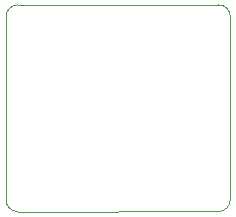
<source format=gbr>
%TF.GenerationSoftware,KiCad,Pcbnew,9.0.2*%
%TF.CreationDate,2025-05-12T20:01:58-04:00*%
%TF.ProjectId,high-range-IMU,68696768-2d72-4616-9e67-652d494d552e,rev?*%
%TF.SameCoordinates,Original*%
%TF.FileFunction,Profile,NP*%
%FSLAX46Y46*%
G04 Gerber Fmt 4.6, Leading zero omitted, Abs format (unit mm)*
G04 Created by KiCad (PCBNEW 9.0.2) date 2025-05-12 20:01:58*
%MOMM*%
%LPD*%
G01*
G04 APERTURE LIST*
%TA.AperFunction,Profile*%
%ADD10C,0.050000*%
%TD*%
G04 APERTURE END LIST*
D10*
X153500000Y-79000000D02*
G75*
G02*
X154500000Y-80000000I0J-1000000D01*
G01*
X153500000Y-79000000D02*
X136507107Y-79000000D01*
X136500000Y-96500000D02*
G75*
G02*
X135500000Y-95500000I0J1000000D01*
G01*
X135507107Y-80000000D02*
X135500000Y-95500000D01*
X154492893Y-95492893D02*
X154500000Y-80000000D01*
X135507107Y-80000000D02*
G75*
G02*
X136507107Y-79000007I999993J0D01*
G01*
X136500000Y-96500000D02*
X153492893Y-96492893D01*
X154492893Y-95492893D02*
G75*
G02*
X153492893Y-96492893I-999993J-7D01*
G01*
M02*

</source>
